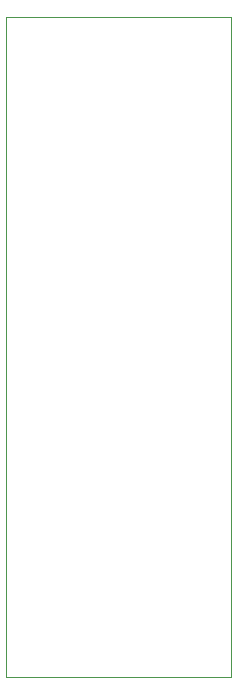
<source format=gbr>
G04 #@! TF.FileFunction,Profile,NP*
%FSLAX46Y46*%
G04 Gerber Fmt 4.6, Leading zero omitted, Abs format (unit mm)*
G04 Created by KiCad (PCBNEW (2014-11-30 BZR 5308)-product) date Fr 12 Dez 2014 00:24:21 CET*
%MOMM*%
G01*
G04 APERTURE LIST*
%ADD10C,0.100000*%
G04 APERTURE END LIST*
D10*
X104140000Y-132080000D02*
X104140000Y-76200000D01*
X123190000Y-132080000D02*
X104140000Y-132080000D01*
X123190000Y-76200000D02*
X123190000Y-132080000D01*
X104140000Y-76200000D02*
X123190000Y-76200000D01*
M02*

</source>
